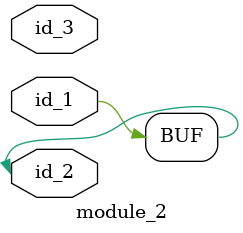
<source format=v>
module module_0;
  wire id_1;
endmodule
module module_1 (
    id_1,
    id_2,
    id_3,
    id_4,
    id_5,
    id_6,
    id_7,
    id_8
);
  output wire id_8;
  output wire id_7;
  output wire id_6;
  input wire id_5;
  input wire id_4;
  output wire id_3;
  output wire id_2;
  inout wire id_1;
  assign id_3 = id_1 !== id_5;
  module_0 modCall_1 ();
  wire id_9;
  assign id_7 = 1'h0;
endmodule
module module_2 (
    id_1,
    id_2,
    id_3
);
  input wire id_3;
  inout wire id_2;
  input wire id_1;
  always begin : LABEL_0
    id_2 = id_1;
  end
  module_0 modCall_1 ();
endmodule

</source>
